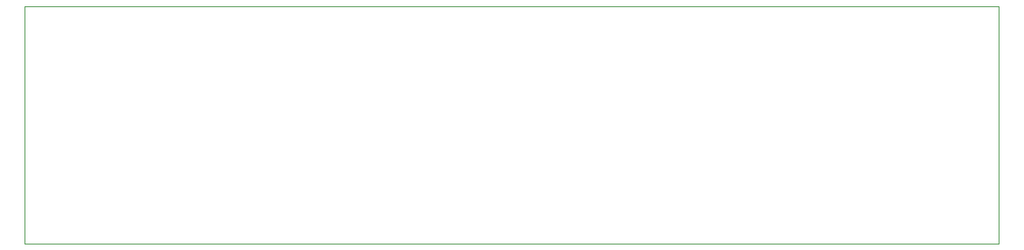
<source format=gbr>
%TF.GenerationSoftware,KiCad,Pcbnew,7.0.5*%
%TF.CreationDate,2024-09-15T17:20:00-04:00*%
%TF.ProjectId,8_bit_logic_analyzer,385f6269-745f-46c6-9f67-69635f616e61,rev?*%
%TF.SameCoordinates,Original*%
%TF.FileFunction,Profile,NP*%
%FSLAX46Y46*%
G04 Gerber Fmt 4.6, Leading zero omitted, Abs format (unit mm)*
G04 Created by KiCad (PCBNEW 7.0.5) date 2024-09-15 17:20:00*
%MOMM*%
%LPD*%
G01*
G04 APERTURE LIST*
%TA.AperFunction,Profile*%
%ADD10C,0.100000*%
%TD*%
G04 APERTURE END LIST*
D10*
X15240000Y-15240000D02*
X119380000Y-15240000D01*
X119380000Y-40640000D01*
X15240000Y-40640000D01*
X15240000Y-15240000D01*
M02*

</source>
